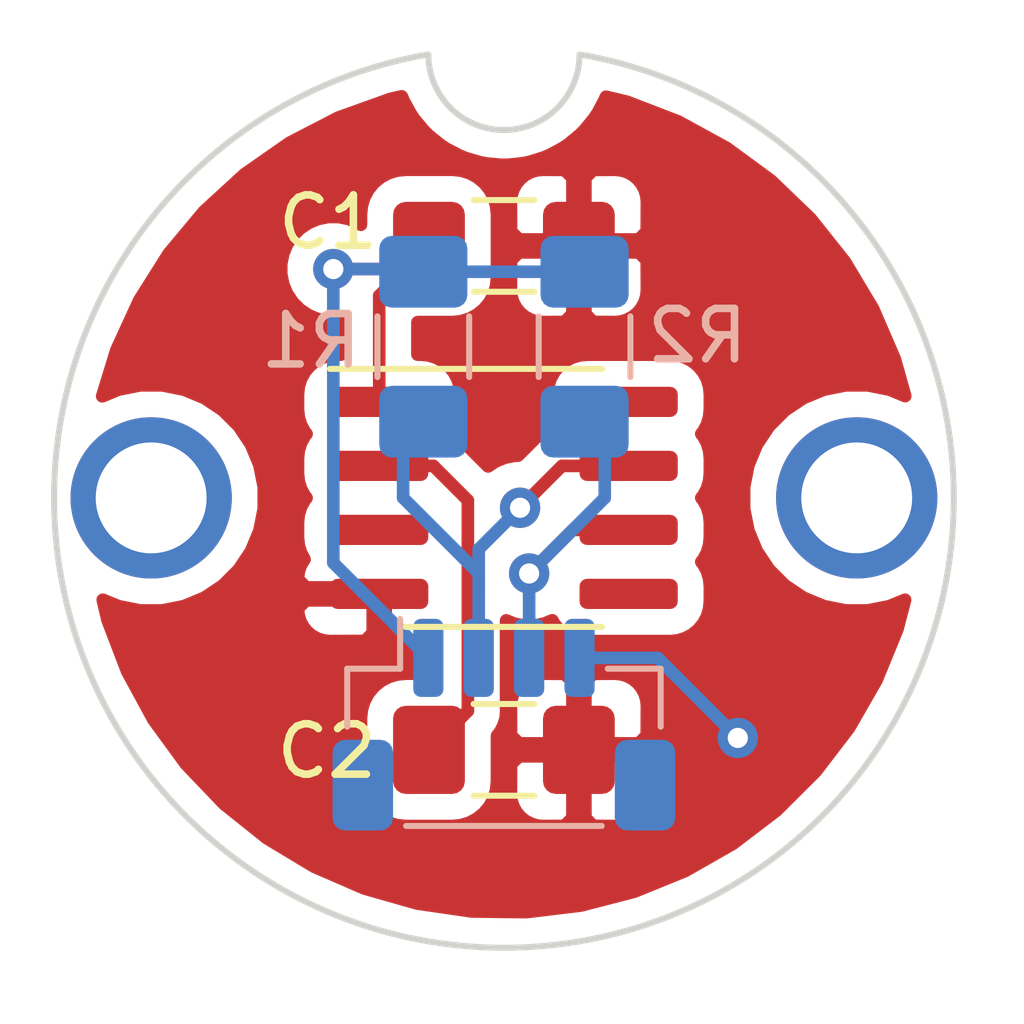
<source format=kicad_pcb>
(kicad_pcb (version 20171130) (host pcbnew "(5.1.4)-1")

  (general
    (thickness 1.6)
    (drawings 2)
    (tracks 36)
    (zones 0)
    (modules 6)
    (nets 9)
  )

  (page A4)
  (title_block
    (title PositionSensor_AS5600)
    (date 2019-08-30)
    (rev Ver1.0)
  )

  (layers
    (0 F.Cu signal)
    (31 B.Cu signal)
    (32 B.Adhes user)
    (33 F.Adhes user)
    (34 B.Paste user)
    (35 F.Paste user)
    (36 B.SilkS user)
    (37 F.SilkS user)
    (38 B.Mask user)
    (39 F.Mask user)
    (40 Dwgs.User user)
    (41 Cmts.User user)
    (42 Eco1.User user)
    (43 Eco2.User user)
    (44 Edge.Cuts user)
    (45 Margin user)
    (46 B.CrtYd user)
    (47 F.CrtYd user)
    (48 B.Fab user)
    (49 F.Fab user)
  )

  (setup
    (last_trace_width 0.25)
    (trace_clearance 0.2)
    (zone_clearance 0.508)
    (zone_45_only no)
    (trace_min 0.2)
    (via_size 0.8)
    (via_drill 0.4)
    (via_min_size 0.4)
    (via_min_drill 0.3)
    (uvia_size 0.3)
    (uvia_drill 0.1)
    (uvias_allowed no)
    (uvia_min_size 0.2)
    (uvia_min_drill 0.1)
    (edge_width 0.05)
    (segment_width 0.2)
    (pcb_text_width 0.3)
    (pcb_text_size 1.5 1.5)
    (mod_edge_width 0.12)
    (mod_text_size 1 1)
    (mod_text_width 0.15)
    (pad_size 1.524 1.524)
    (pad_drill 0.762)
    (pad_to_mask_clearance 0.051)
    (solder_mask_min_width 0.25)
    (aux_axis_origin 0 0)
    (visible_elements 7FFFFF7F)
    (pcbplotparams
      (layerselection 0x010fc_ffffffff)
      (usegerberextensions false)
      (usegerberattributes false)
      (usegerberadvancedattributes false)
      (creategerberjobfile false)
      (excludeedgelayer true)
      (linewidth 0.100000)
      (plotframeref false)
      (viasonmask false)
      (mode 1)
      (useauxorigin false)
      (hpglpennumber 1)
      (hpglpenspeed 20)
      (hpglpendiameter 15.000000)
      (psnegative false)
      (psa4output false)
      (plotreference true)
      (plotvalue true)
      (plotinvisibletext false)
      (padsonsilk false)
      (subtractmaskfromsilk false)
      (outputformat 1)
      (mirror false)
      (drillshape 0)
      (scaleselection 1)
      (outputdirectory "Gerber/"))
  )

  (net 0 "")
  (net 1 GND)
  (net 2 5V)
  (net 3 +3V3)
  (net 4 SDA)
  (net 5 SCL)
  (net 6 "Net-(U1-Pad8)")
  (net 7 "Net-(U1-Pad5)")
  (net 8 "Net-(U1-Pad3)")

  (net_class Default 这是默认网络类。
    (clearance 0.2)
    (trace_width 0.25)
    (via_dia 0.8)
    (via_drill 0.4)
    (uvia_dia 0.3)
    (uvia_drill 0.1)
    (add_net +3V3)
    (add_net 5V)
    (add_net GND)
    (add_net "Net-(U1-Pad3)")
    (add_net "Net-(U1-Pad5)")
    (add_net "Net-(U1-Pad8)")
    (add_net SCL)
    (add_net SDA)
  )

  (module Resistor_SMD:R_1206_3216Metric_Pad1.42x1.75mm_HandSolder (layer B.Cu) (tedit 5B301BBD) (tstamp 5D69C45D)
    (at 138.6 78 270)
    (descr "Resistor SMD 1206 (3216 Metric), square (rectangular) end terminal, IPC_7351 nominal with elongated pad for handsoldering. (Body size source: http://www.tortai-tech.com/upload/download/2011102023233369053.pdf), generated with kicad-footprint-generator")
    (tags "resistor handsolder")
    (path /5D6991BB)
    (attr smd)
    (fp_text reference R2 (at -0.21504 -2.2367 180) (layer B.SilkS)
      (effects (font (size 1 1) (thickness 0.15)) (justify mirror))
    )
    (fp_text value 4k7 (at -3.22748 0.0747 180) (layer B.Fab)
      (effects (font (size 1 1) (thickness 0.15)) (justify mirror))
    )
    (fp_text user %R (at 0 0 90) (layer B.Fab)
      (effects (font (size 0.8 0.8) (thickness 0.12)) (justify mirror))
    )
    (fp_line (start 2.45 -1.12) (end -2.45 -1.12) (layer B.CrtYd) (width 0.05))
    (fp_line (start 2.45 1.12) (end 2.45 -1.12) (layer B.CrtYd) (width 0.05))
    (fp_line (start -2.45 1.12) (end 2.45 1.12) (layer B.CrtYd) (width 0.05))
    (fp_line (start -2.45 -1.12) (end -2.45 1.12) (layer B.CrtYd) (width 0.05))
    (fp_line (start -0.602064 -0.91) (end 0.602064 -0.91) (layer B.SilkS) (width 0.12))
    (fp_line (start -0.602064 0.91) (end 0.602064 0.91) (layer B.SilkS) (width 0.12))
    (fp_line (start 1.6 -0.8) (end -1.6 -0.8) (layer B.Fab) (width 0.1))
    (fp_line (start 1.6 0.8) (end 1.6 -0.8) (layer B.Fab) (width 0.1))
    (fp_line (start -1.6 0.8) (end 1.6 0.8) (layer B.Fab) (width 0.1))
    (fp_line (start -1.6 -0.8) (end -1.6 0.8) (layer B.Fab) (width 0.1))
    (pad 2 smd roundrect (at 1.4875 0 270) (size 1.425 1.75) (layers B.Cu B.Paste B.Mask) (roundrect_rratio 0.175439)
      (net 4 SDA))
    (pad 1 smd roundrect (at -1.4875 0 270) (size 1.425 1.75) (layers B.Cu B.Paste B.Mask) (roundrect_rratio 0.175439)
      (net 2 5V))
    (model ${KISYS3DMOD}/Resistor_SMD.3dshapes/R_1206_3216Metric.wrl
      (at (xyz 0 0 0))
      (scale (xyz 1 1 1))
      (rotate (xyz 0 0 0))
    )
  )

  (module Connector_JST:JST_SH_BM04B-SRSS-TB_1x04-1MP_P1.00mm_Vertical (layer B.Cu) (tedit 5B78AD87) (tstamp 5D69DBB0)
    (at 137 85.5)
    (descr "JST SH series connector, BM04B-SRSS-TB (http://www.jst-mfg.com/product/pdf/eng/eSH.pdf), generated with kicad-footprint-generator")
    (tags "connector JST SH side entry")
    (path /5D6A9532)
    (attr smd)
    (fp_text reference J1 (at 0 3.3) (layer B.SilkS) hide
      (effects (font (size 1 1) (thickness 0.15)) (justify mirror))
    )
    (fp_text value Conn_01x04 (at 0 -3.3) (layer B.Fab)
      (effects (font (size 1 1) (thickness 0.15)) (justify mirror))
    )
    (fp_text user %R (at 0 0.25) (layer B.Fab)
      (effects (font (size 1 1) (thickness 0.15)) (justify mirror))
    )
    (fp_line (start -1.5 -0.292893) (end -1 -1) (layer B.Fab) (width 0.1))
    (fp_line (start -2 -1) (end -1.5 -0.292893) (layer B.Fab) (width 0.1))
    (fp_line (start 3.9 2.6) (end -3.9 2.6) (layer B.CrtYd) (width 0.05))
    (fp_line (start 3.9 -2.6) (end 3.9 2.6) (layer B.CrtYd) (width 0.05))
    (fp_line (start -3.9 -2.6) (end 3.9 -2.6) (layer B.CrtYd) (width 0.05))
    (fp_line (start -3.9 2.6) (end -3.9 -2.6) (layer B.CrtYd) (width 0.05))
    (fp_line (start 1.65 1.55) (end 1.35 1.55) (layer B.Fab) (width 0.1))
    (fp_line (start 1.65 0.95) (end 1.65 1.55) (layer B.Fab) (width 0.1))
    (fp_line (start 1.35 0.95) (end 1.65 0.95) (layer B.Fab) (width 0.1))
    (fp_line (start 1.35 1.55) (end 1.35 0.95) (layer B.Fab) (width 0.1))
    (fp_line (start 0.65 1.55) (end 0.35 1.55) (layer B.Fab) (width 0.1))
    (fp_line (start 0.65 0.95) (end 0.65 1.55) (layer B.Fab) (width 0.1))
    (fp_line (start 0.35 0.95) (end 0.65 0.95) (layer B.Fab) (width 0.1))
    (fp_line (start 0.35 1.55) (end 0.35 0.95) (layer B.Fab) (width 0.1))
    (fp_line (start -0.35 1.55) (end -0.65 1.55) (layer B.Fab) (width 0.1))
    (fp_line (start -0.35 0.95) (end -0.35 1.55) (layer B.Fab) (width 0.1))
    (fp_line (start -0.65 0.95) (end -0.35 0.95) (layer B.Fab) (width 0.1))
    (fp_line (start -0.65 1.55) (end -0.65 0.95) (layer B.Fab) (width 0.1))
    (fp_line (start -1.35 1.55) (end -1.65 1.55) (layer B.Fab) (width 0.1))
    (fp_line (start -1.35 0.95) (end -1.35 1.55) (layer B.Fab) (width 0.1))
    (fp_line (start -1.65 0.95) (end -1.35 0.95) (layer B.Fab) (width 0.1))
    (fp_line (start -1.65 1.55) (end -1.65 0.95) (layer B.Fab) (width 0.1))
    (fp_line (start 3 -1) (end 3 1.9) (layer B.Fab) (width 0.1))
    (fp_line (start -3 -1) (end -3 1.9) (layer B.Fab) (width 0.1))
    (fp_line (start -3 1.9) (end 3 1.9) (layer B.Fab) (width 0.1))
    (fp_line (start -1.94 2.01) (end 1.94 2.01) (layer B.SilkS) (width 0.12))
    (fp_line (start 3.11 -1.11) (end 2.06 -1.11) (layer B.SilkS) (width 0.12))
    (fp_line (start 3.11 0.04) (end 3.11 -1.11) (layer B.SilkS) (width 0.12))
    (fp_line (start -2.06 -1.11) (end -2.06 -2.1) (layer B.SilkS) (width 0.12))
    (fp_line (start -3.11 -1.11) (end -2.06 -1.11) (layer B.SilkS) (width 0.12))
    (fp_line (start -3.11 0.04) (end -3.11 -1.11) (layer B.SilkS) (width 0.12))
    (fp_line (start -3 -1) (end 3 -1) (layer B.Fab) (width 0.1))
    (pad MP smd roundrect (at 2.8 1.2) (size 1.2 1.8) (layers B.Cu B.Paste B.Mask) (roundrect_rratio 0.208333))
    (pad MP smd roundrect (at -2.8 1.2) (size 1.2 1.8) (layers B.Cu B.Paste B.Mask) (roundrect_rratio 0.208333))
    (pad 4 smd roundrect (at 1.5 -1.325) (size 0.6 1.55) (layers B.Cu B.Paste B.Mask) (roundrect_rratio 0.25)
      (net 1 GND))
    (pad 3 smd roundrect (at 0.5 -1.325) (size 0.6 1.55) (layers B.Cu B.Paste B.Mask) (roundrect_rratio 0.25)
      (net 4 SDA))
    (pad 2 smd roundrect (at -0.5 -1.325) (size 0.6 1.55) (layers B.Cu B.Paste B.Mask) (roundrect_rratio 0.25)
      (net 5 SCL))
    (pad 1 smd roundrect (at -1.5 -1.325) (size 0.6 1.55) (layers B.Cu B.Paste B.Mask) (roundrect_rratio 0.25)
      (net 2 5V))
    (model ${KISYS3DMOD}/Connector_JST.3dshapes/JST_SH_BM04B-SRSS-TB_1x04-1MP_P1.00mm_Vertical.wrl
      (at (xyz 0 0 0))
      (scale (xyz 1 1 1))
      (rotate (xyz 0 0 0))
    )
  )

  (module Package_SO:SOIC-8_3.9x4.9mm_P1.27mm (layer F.Cu) (tedit 5C97300E) (tstamp 5D69C477)
    (at 137 81)
    (descr "SOIC, 8 Pin (JEDEC MS-012AA, https://www.analog.com/media/en/package-pcb-resources/package/pkg_pdf/soic_narrow-r/r_8.pdf), generated with kicad-footprint-generator ipc_gullwing_generator.py")
    (tags "SOIC SO")
    (path /5D693324)
    (attr smd)
    (fp_text reference U1 (at -0.18798 -3.22774) (layer F.SilkS) hide
      (effects (font (size 1 1) (thickness 0.15)))
    )
    (fp_text value AS5600-ASOT (at 0 3.4) (layer F.Fab)
      (effects (font (size 1 1) (thickness 0.15)))
    )
    (fp_text user %R (at 0 0) (layer F.Fab)
      (effects (font (size 0.98 0.98) (thickness 0.15)))
    )
    (fp_line (start 3.7 -2.7) (end -3.7 -2.7) (layer F.CrtYd) (width 0.05))
    (fp_line (start 3.7 2.7) (end 3.7 -2.7) (layer F.CrtYd) (width 0.05))
    (fp_line (start -3.7 2.7) (end 3.7 2.7) (layer F.CrtYd) (width 0.05))
    (fp_line (start -3.7 -2.7) (end -3.7 2.7) (layer F.CrtYd) (width 0.05))
    (fp_line (start -1.95 -1.475) (end -0.975 -2.45) (layer F.Fab) (width 0.1))
    (fp_line (start -1.95 2.45) (end -1.95 -1.475) (layer F.Fab) (width 0.1))
    (fp_line (start 1.95 2.45) (end -1.95 2.45) (layer F.Fab) (width 0.1))
    (fp_line (start 1.95 -2.45) (end 1.95 2.45) (layer F.Fab) (width 0.1))
    (fp_line (start -0.975 -2.45) (end 1.95 -2.45) (layer F.Fab) (width 0.1))
    (fp_line (start 0 -2.56) (end -3.45 -2.56) (layer F.SilkS) (width 0.12))
    (fp_line (start 0 -2.56) (end 1.95 -2.56) (layer F.SilkS) (width 0.12))
    (fp_line (start 0 2.56) (end -1.95 2.56) (layer F.SilkS) (width 0.12))
    (fp_line (start 0 2.56) (end 1.95 2.56) (layer F.SilkS) (width 0.12))
    (pad 8 smd roundrect (at 2.475 -1.905) (size 1.95 0.6) (layers F.Cu F.Paste F.Mask) (roundrect_rratio 0.25)
      (net 6 "Net-(U1-Pad8)"))
    (pad 7 smd roundrect (at 2.475 -0.635) (size 1.95 0.6) (layers F.Cu F.Paste F.Mask) (roundrect_rratio 0.25)
      (net 5 SCL))
    (pad 6 smd roundrect (at 2.475 0.635) (size 1.95 0.6) (layers F.Cu F.Paste F.Mask) (roundrect_rratio 0.25)
      (net 4 SDA))
    (pad 5 smd roundrect (at 2.475 1.905) (size 1.95 0.6) (layers F.Cu F.Paste F.Mask) (roundrect_rratio 0.25)
      (net 7 "Net-(U1-Pad5)"))
    (pad 4 smd roundrect (at -2.475 1.905) (size 1.95 0.6) (layers F.Cu F.Paste F.Mask) (roundrect_rratio 0.25)
      (net 1 GND))
    (pad 3 smd roundrect (at -2.475 0.635) (size 1.95 0.6) (layers F.Cu F.Paste F.Mask) (roundrect_rratio 0.25)
      (net 8 "Net-(U1-Pad3)"))
    (pad 2 smd roundrect (at -2.475 -0.635) (size 1.95 0.6) (layers F.Cu F.Paste F.Mask) (roundrect_rratio 0.25)
      (net 3 +3V3))
    (pad 1 smd roundrect (at -2.475 -1.905) (size 1.95 0.6) (layers F.Cu F.Paste F.Mask) (roundrect_rratio 0.25)
      (net 2 5V))
    (model ${KISYS3DMOD}/Package_SO.3dshapes/SOIC-8_3.9x4.9mm_P1.27mm.wrl
      (at (xyz 0 0 0))
      (scale (xyz 1 1 1))
      (rotate (xyz 0 0 0))
    )
  )

  (module Resistor_SMD:R_1206_3216Metric_Pad1.42x1.75mm_HandSolder (layer B.Cu) (tedit 5B301BBD) (tstamp 5D69C44C)
    (at 135.4 78 270)
    (descr "Resistor SMD 1206 (3216 Metric), square (rectangular) end terminal, IPC_7351 nominal with elongated pad for handsoldering. (Body size source: http://www.tortai-tech.com/upload/download/2011102023233369053.pdf), generated with kicad-footprint-generator")
    (tags "resistor handsolder")
    (path /5D697F6E)
    (attr smd)
    (fp_text reference R1 (at -0.11344 2.22912) (layer B.SilkS)
      (effects (font (size 1 1) (thickness 0.15)) (justify mirror))
    )
    (fp_text value 4k7 (at -3.18684 -0.0518 180) (layer B.Fab)
      (effects (font (size 1 1) (thickness 0.15)) (justify mirror))
    )
    (fp_text user %R (at 0 0 90) (layer B.Fab)
      (effects (font (size 0.8 0.8) (thickness 0.12)) (justify mirror))
    )
    (fp_line (start 2.45 -1.12) (end -2.45 -1.12) (layer B.CrtYd) (width 0.05))
    (fp_line (start 2.45 1.12) (end 2.45 -1.12) (layer B.CrtYd) (width 0.05))
    (fp_line (start -2.45 1.12) (end 2.45 1.12) (layer B.CrtYd) (width 0.05))
    (fp_line (start -2.45 -1.12) (end -2.45 1.12) (layer B.CrtYd) (width 0.05))
    (fp_line (start -0.602064 -0.91) (end 0.602064 -0.91) (layer B.SilkS) (width 0.12))
    (fp_line (start -0.602064 0.91) (end 0.602064 0.91) (layer B.SilkS) (width 0.12))
    (fp_line (start 1.6 -0.8) (end -1.6 -0.8) (layer B.Fab) (width 0.1))
    (fp_line (start 1.6 0.8) (end 1.6 -0.8) (layer B.Fab) (width 0.1))
    (fp_line (start -1.6 0.8) (end 1.6 0.8) (layer B.Fab) (width 0.1))
    (fp_line (start -1.6 -0.8) (end -1.6 0.8) (layer B.Fab) (width 0.1))
    (pad 2 smd roundrect (at 1.4875 0 270) (size 1.425 1.75) (layers B.Cu B.Paste B.Mask) (roundrect_rratio 0.175439)
      (net 5 SCL))
    (pad 1 smd roundrect (at -1.4875 0 270) (size 1.425 1.75) (layers B.Cu B.Paste B.Mask) (roundrect_rratio 0.175439)
      (net 2 5V))
    (model ${KISYS3DMOD}/Resistor_SMD.3dshapes/R_1206_3216Metric.wrl
      (at (xyz 0 0 0))
      (scale (xyz 1 1 1))
      (rotate (xyz 0 0 0))
    )
  )

  (module Capacitor_SMD:C_1206_3216Metric_Pad1.42x1.75mm_HandSolder (layer F.Cu) (tedit 5B301BBE) (tstamp 5D69E711)
    (at 137 86)
    (descr "Capacitor SMD 1206 (3216 Metric), square (rectangular) end terminal, IPC_7351 nominal with elongated pad for handsoldering. (Body size source: http://www.tortai-tech.com/upload/download/2011102023233369053.pdf), generated with kicad-footprint-generator")
    (tags "capacitor handsolder")
    (path /5D6964EA)
    (attr smd)
    (fp_text reference C2 (at -3.51538 0.02726) (layer F.SilkS)
      (effects (font (size 1 1) (thickness 0.15)))
    )
    (fp_text value 1uF (at 0 1.82) (layer F.Fab)
      (effects (font (size 1 1) (thickness 0.15)))
    )
    (fp_text user %R (at 0 0) (layer F.Fab)
      (effects (font (size 0.8 0.8) (thickness 0.12)))
    )
    (fp_line (start 2.45 1.12) (end -2.45 1.12) (layer F.CrtYd) (width 0.05))
    (fp_line (start 2.45 -1.12) (end 2.45 1.12) (layer F.CrtYd) (width 0.05))
    (fp_line (start -2.45 -1.12) (end 2.45 -1.12) (layer F.CrtYd) (width 0.05))
    (fp_line (start -2.45 1.12) (end -2.45 -1.12) (layer F.CrtYd) (width 0.05))
    (fp_line (start -0.602064 0.91) (end 0.602064 0.91) (layer F.SilkS) (width 0.12))
    (fp_line (start -0.602064 -0.91) (end 0.602064 -0.91) (layer F.SilkS) (width 0.12))
    (fp_line (start 1.6 0.8) (end -1.6 0.8) (layer F.Fab) (width 0.1))
    (fp_line (start 1.6 -0.8) (end 1.6 0.8) (layer F.Fab) (width 0.1))
    (fp_line (start -1.6 -0.8) (end 1.6 -0.8) (layer F.Fab) (width 0.1))
    (fp_line (start -1.6 0.8) (end -1.6 -0.8) (layer F.Fab) (width 0.1))
    (pad 2 smd roundrect (at 1.4875 0) (size 1.425 1.75) (layers F.Cu F.Paste F.Mask) (roundrect_rratio 0.175439)
      (net 1 GND))
    (pad 1 smd roundrect (at -1.4875 0) (size 1.425 1.75) (layers F.Cu F.Paste F.Mask) (roundrect_rratio 0.175439)
      (net 3 +3V3))
    (model ${KISYS3DMOD}/Capacitor_SMD.3dshapes/C_1206_3216Metric.wrl
      (at (xyz 0 0 0))
      (scale (xyz 1 1 1))
      (rotate (xyz 0 0 0))
    )
  )

  (module Capacitor_SMD:C_1206_3216Metric_Pad1.42x1.75mm_HandSolder (layer F.Cu) (tedit 5B301BBE) (tstamp 5D69C6AA)
    (at 137 76)
    (descr "Capacitor SMD 1206 (3216 Metric), square (rectangular) end terminal, IPC_7351 nominal with elongated pad for handsoldering. (Body size source: http://www.tortai-tech.com/upload/download/2011102023233369053.pdf), generated with kicad-footprint-generator")
    (tags "capacitor handsolder")
    (path /5D694B17)
    (attr smd)
    (fp_text reference C1 (at -3.48744 -0.46802 180) (layer F.SilkS)
      (effects (font (size 1 1) (thickness 0.15)))
    )
    (fp_text value 100nF (at 0.2108 -1.82438 180) (layer F.Fab)
      (effects (font (size 1 1) (thickness 0.15)))
    )
    (fp_text user %R (at 0 0 180) (layer F.Fab)
      (effects (font (size 0.8 0.8) (thickness 0.12)))
    )
    (fp_line (start 2.45 1.12) (end -2.45 1.12) (layer F.CrtYd) (width 0.05))
    (fp_line (start 2.45 -1.12) (end 2.45 1.12) (layer F.CrtYd) (width 0.05))
    (fp_line (start -2.45 -1.12) (end 2.45 -1.12) (layer F.CrtYd) (width 0.05))
    (fp_line (start -2.45 1.12) (end -2.45 -1.12) (layer F.CrtYd) (width 0.05))
    (fp_line (start -0.602064 0.91) (end 0.602064 0.91) (layer F.SilkS) (width 0.12))
    (fp_line (start -0.602064 -0.91) (end 0.602064 -0.91) (layer F.SilkS) (width 0.12))
    (fp_line (start 1.6 0.8) (end -1.6 0.8) (layer F.Fab) (width 0.1))
    (fp_line (start 1.6 -0.8) (end 1.6 0.8) (layer F.Fab) (width 0.1))
    (fp_line (start -1.6 -0.8) (end 1.6 -0.8) (layer F.Fab) (width 0.1))
    (fp_line (start -1.6 0.8) (end -1.6 -0.8) (layer F.Fab) (width 0.1))
    (pad 2 smd roundrect (at 1.4875 0) (size 1.425 1.75) (layers F.Cu F.Paste F.Mask) (roundrect_rratio 0.175439)
      (net 1 GND))
    (pad 1 smd roundrect (at -1.4875 0) (size 1.425 1.75) (layers F.Cu F.Paste F.Mask) (roundrect_rratio 0.175439)
      (net 2 5V))
    (model ${KISYS3DMOD}/Capacitor_SMD.3dshapes/C_1206_3216Metric.wrl
      (at (xyz 0 0 0))
      (scale (xyz 1 1 1))
      (rotate (xyz 0 0 0))
    )
  )

  (gr_arc (start 137 81) (end 135.5 72.2) (angle -340.6532891) (layer Edge.Cuts) (width 0.12))
  (gr_arc (start 137 72.2) (end 135.5 72.2) (angle -180) (layer Edge.Cuts) (width 0.12))

  (via (at 130 81) (size 3.2) (drill 2.2) (layers F.Cu B.Cu) (net 0))
  (via (at 144 81) (size 3.2) (drill 2.2) (layers F.Cu B.Cu) (net 0))
  (via (at 141.64056 85.7631) (size 0.8) (drill 0.4) (layers F.Cu B.Cu) (net 1))
  (segment (start 138.98468 76.49718) (end 138.4875 76) (width 0.25) (layer F.Cu) (net 1))
  (segment (start 140.05246 84.175) (end 141.64056 85.7631) (width 0.25) (layer B.Cu) (net 1))
  (segment (start 138.5 84.175) (end 140.05246 84.175) (width 0.25) (layer B.Cu) (net 1))
  (via (at 133.61416 76.45908) (size 0.8) (drill 0.4) (layers F.Cu B.Cu) (net 2))
  (segment (start 133.61416 82.28916) (end 133.61416 76.45908) (width 0.25) (layer B.Cu) (net 2))
  (segment (start 135.5 84.175) (end 133.61416 82.28916) (width 0.25) (layer B.Cu) (net 2))
  (segment (start 135 76.5125) (end 139 76.5125) (width 0.25) (layer B.Cu) (net 2))
  (segment (start 134.525 76.9875) (end 134.525 79.095) (width 0.25) (layer F.Cu) (net 2))
  (segment (start 135.5125 76) (end 134.525 76.9875) (width 0.25) (layer F.Cu) (net 2) (tstamp 5D6A333B))
  (segment (start 135.34658 76.45908) (end 135.4 76.5125) (width 0.25) (layer B.Cu) (net 2))
  (segment (start 133.61416 76.45908) (end 135.34658 76.45908) (width 0.25) (layer B.Cu) (net 2))
  (segment (start 135.05342 76.45908) (end 135.5125 76) (width 0.25) (layer F.Cu) (net 2))
  (segment (start 133.61416 76.45908) (end 135.05342 76.45908) (width 0.25) (layer F.Cu) (net 2))
  (segment (start 136.283847 85.228653) (end 135.5125 86) (width 0.25) (layer F.Cu) (net 3))
  (segment (start 136.283847 81.048847) (end 136.283847 85.228653) (width 0.25) (layer F.Cu) (net 3))
  (segment (start 135.6 80.365) (end 136.283847 81.048847) (width 0.25) (layer F.Cu) (net 3))
  (segment (start 134.525 80.365) (end 135.6 80.365) (width 0.25) (layer F.Cu) (net 3))
  (segment (start 139 79.4875) (end 139 81) (width 0.25) (layer B.Cu) (net 4))
  (segment (start 137.5 82.5) (end 137.5 82.5) (width 0.25) (layer B.Cu) (net 4))
  (segment (start 139 81) (end 137.5 82.5) (width 0.25) (layer B.Cu) (net 4))
  (segment (start 137.5 82.5) (end 137.5 84.175) (width 0.25) (layer B.Cu) (net 4) (tstamp 5D6A35BC))
  (via (at 137.5 82.5) (size 0.8) (drill 0.4) (layers F.Cu B.Cu) (net 4))
  (segment (start 138.365 81.635) (end 139.475 81.635) (width 0.25) (layer F.Cu) (net 4))
  (segment (start 137.5 82.5) (end 138.365 81.635) (width 0.25) (layer F.Cu) (net 4))
  (via (at 137.32002 81.19618) (size 0.8) (drill 0.4) (layers F.Cu B.Cu) (net 5))
  (segment (start 135 79.4875) (end 135 81) (width 0.25) (layer B.Cu) (net 5))
  (segment (start 135 81) (end 136.5 82.5) (width 0.25) (layer B.Cu) (net 5))
  (segment (start 138.1512 80.365) (end 137.32002 81.19618) (width 0.25) (layer F.Cu) (net 5))
  (segment (start 139.475 80.365) (end 138.1512 80.365) (width 0.25) (layer F.Cu) (net 5))
  (segment (start 136.5 82.0162) (end 136.5 82.97966) (width 0.25) (layer B.Cu) (net 5))
  (segment (start 137.32002 81.19618) (end 136.5 82.0162) (width 0.25) (layer B.Cu) (net 5))
  (segment (start 136.5 82.5) (end 136.5 82.97966) (width 0.25) (layer B.Cu) (net 5))
  (segment (start 136.5 82.97966) (end 136.5 84.175) (width 0.25) (layer B.Cu) (net 5))

  (zone (net 1) (net_name GND) (layer F.Cu) (tstamp 5D6A7440) (hatch edge 0.508)
    (connect_pads (clearance 0.508))
    (min_thickness 0.254)
    (fill yes (arc_segments 32) (thermal_gap 0.508) (thermal_bridge_width 0.508))
    (polygon
      (pts
        (xy 127 71.12) (xy 147.32 71.12) (xy 147.32 91.44) (xy 127 91.44)
      )
    )
    (filled_polygon
      (pts
        (xy 134.983652 73.058976) (xy 135.007649 73.117195) (xy 135.012264 73.125732) (xy 135.153297 73.38227) (xy 135.188895 73.43426)
        (xy 135.223744 73.486711) (xy 135.229929 73.494189) (xy 135.418104 73.718447) (xy 135.463118 73.762528) (xy 135.507496 73.807216)
        (xy 135.51501 73.813344) (xy 135.515015 73.813349) (xy 135.51502 73.813353) (xy 135.743166 73.996786) (xy 135.795861 74.031269)
        (xy 135.848095 74.066501) (xy 135.856663 74.071057) (xy 136.116098 74.206687) (xy 136.174525 74.230293) (xy 136.232573 74.254694)
        (xy 136.241855 74.257497) (xy 136.241861 74.257499) (xy 136.241867 74.2575) (xy 136.522701 74.340154) (xy 136.584562 74.351955)
        (xy 136.646282 74.364624) (xy 136.655938 74.365571) (xy 136.65594 74.365571) (xy 136.947484 74.392103) (xy 137.010472 74.391663)
        (xy 137.07346 74.392103) (xy 137.083118 74.391156) (xy 137.083121 74.391156) (xy 137.083124 74.391155) (xy 137.374263 74.360556)
        (xy 137.435983 74.347887) (xy 137.497844 74.336086) (xy 137.507126 74.333283) (xy 137.507133 74.333282) (xy 137.507139 74.333279)
        (xy 137.78679 74.246714) (xy 137.844882 74.222294) (xy 137.903265 74.198706) (xy 137.911828 74.194153) (xy 137.911832 74.194151)
        (xy 137.911835 74.194149) (xy 138.169349 74.054911) (xy 138.221583 74.019679) (xy 138.274278 73.985196) (xy 138.281796 73.979065)
        (xy 138.2818 73.979062) (xy 138.281804 73.979058) (xy 138.507365 73.792458) (xy 138.551745 73.747768) (xy 138.596756 73.703689)
        (xy 138.602942 73.696212) (xy 138.787968 73.469348) (xy 138.822829 73.416879) (xy 138.858415 73.364906) (xy 138.863026 73.356378)
        (xy 138.863031 73.35637) (xy 138.863034 73.356362) (xy 139.000467 73.097889) (xy 139.024218 73.040265) (xy 139.443862 73.140806)
        (xy 140.461819 73.53306) (xy 141.418961 74.056502) (xy 142.298462 74.701929) (xy 143.084878 75.45801) (xy 143.764392 76.311461)
        (xy 144.325058 77.247278) (xy 144.757033 78.249031) (xy 144.962766 78.979645) (xy 144.651925 78.85089) (xy 144.220128 78.765)
        (xy 143.779872 78.765) (xy 143.348075 78.85089) (xy 142.941331 79.019369) (xy 142.575271 79.263962) (xy 142.263962 79.575271)
        (xy 142.019369 79.941331) (xy 141.85089 80.348075) (xy 141.765 80.779872) (xy 141.765 81.220128) (xy 141.85089 81.651925)
        (xy 142.019369 82.058669) (xy 142.263962 82.424729) (xy 142.575271 82.736038) (xy 142.941331 82.980631) (xy 143.348075 83.14911)
        (xy 143.779872 83.235) (xy 144.220128 83.235) (xy 144.651925 83.14911) (xy 144.959822 83.021575) (xy 144.806292 83.607911)
        (xy 144.392805 84.617435) (xy 143.849434 85.563403) (xy 143.185724 86.4292) (xy 142.413339 87.199609) (xy 141.545852 87.861096)
        (xy 140.598495 88.402042) (xy 139.587912 88.812944) (xy 138.531864 89.086581) (xy 137.448915 89.218143) (xy 136.358067 89.205322)
        (xy 135.278502 89.048343) (xy 134.229171 88.749962) (xy 133.228542 88.315428) (xy 132.294154 87.752362) (xy 131.442452 87.070671)
        (xy 130.688383 86.282318) (xy 130.045209 85.401166) (xy 129.52422 84.442688) (xy 129.134572 83.423723) (xy 129.039216 83.021176)
        (xy 129.348075 83.14911) (xy 129.779872 83.235) (xy 130.220128 83.235) (xy 130.370947 83.205) (xy 132.911928 83.205)
        (xy 132.924188 83.329482) (xy 132.960498 83.44918) (xy 133.019463 83.559494) (xy 133.098815 83.656185) (xy 133.195506 83.735537)
        (xy 133.30582 83.794502) (xy 133.425518 83.830812) (xy 133.55 83.843072) (xy 134.23925 83.84) (xy 134.398 83.68125)
        (xy 134.398 83.032) (xy 133.07375 83.032) (xy 132.915 83.19075) (xy 132.911928 83.205) (xy 130.370947 83.205)
        (xy 130.651925 83.14911) (xy 131.058669 82.980631) (xy 131.424729 82.736038) (xy 131.736038 82.424729) (xy 131.980631 82.058669)
        (xy 132.14911 81.651925) (xy 132.235 81.220128) (xy 132.235 80.779872) (xy 132.14911 80.348075) (xy 131.980631 79.941331)
        (xy 131.736038 79.575271) (xy 131.424729 79.263962) (xy 131.058669 79.019369) (xy 130.651925 78.85089) (xy 130.220128 78.765)
        (xy 129.779872 78.765) (xy 129.348075 78.85089) (xy 129.0285 78.983263) (xy 129.309764 78.067481) (xy 129.765161 77.076164)
        (xy 130.21924 76.357141) (xy 132.57916 76.357141) (xy 132.57916 76.561019) (xy 132.618934 76.760978) (xy 132.696955 76.949336)
        (xy 132.810223 77.118854) (xy 132.954386 77.263017) (xy 133.123904 77.376285) (xy 133.312262 77.454306) (xy 133.512221 77.49408)
        (xy 133.716099 77.49408) (xy 133.765 77.484353) (xy 133.765001 78.156928) (xy 133.7 78.156928) (xy 133.546255 78.172071)
        (xy 133.398418 78.216916) (xy 133.262171 78.289742) (xy 133.142749 78.387749) (xy 133.044742 78.507171) (xy 132.971916 78.643418)
        (xy 132.927071 78.791255) (xy 132.911928 78.945) (xy 132.911928 79.245) (xy 132.927071 79.398745) (xy 132.971916 79.546582)
        (xy 133.044742 79.682829) (xy 133.083454 79.73) (xy 133.044742 79.777171) (xy 132.971916 79.913418) (xy 132.927071 80.061255)
        (xy 132.911928 80.215) (xy 132.911928 80.515) (xy 132.927071 80.668745) (xy 132.971916 80.816582) (xy 133.044742 80.952829)
        (xy 133.083454 81) (xy 133.044742 81.047171) (xy 132.971916 81.183418) (xy 132.927071 81.331255) (xy 132.911928 81.485)
        (xy 132.911928 81.785) (xy 132.927071 81.938745) (xy 132.971916 82.086582) (xy 133.04373 82.220936) (xy 133.019463 82.250506)
        (xy 132.960498 82.36082) (xy 132.924188 82.480518) (xy 132.911928 82.605) (xy 132.915 82.61925) (xy 133.07375 82.778)
        (xy 134.398 82.778) (xy 134.398 82.758) (xy 134.652 82.758) (xy 134.652 82.778) (xy 134.672 82.778)
        (xy 134.672 83.032) (xy 134.652 83.032) (xy 134.652 83.68125) (xy 134.81075 83.84) (xy 135.5 83.843072)
        (xy 135.523848 83.840723) (xy 135.523848 84.486928) (xy 135.05 84.486928) (xy 134.876746 84.503992) (xy 134.71015 84.554528)
        (xy 134.556614 84.636595) (xy 134.422038 84.747038) (xy 134.311595 84.881614) (xy 134.229528 85.03515) (xy 134.178992 85.201746)
        (xy 134.161928 85.375) (xy 134.161928 86.625) (xy 134.178992 86.798254) (xy 134.229528 86.96485) (xy 134.311595 87.118386)
        (xy 134.422038 87.252962) (xy 134.556614 87.363405) (xy 134.71015 87.445472) (xy 134.876746 87.496008) (xy 135.05 87.513072)
        (xy 135.975 87.513072) (xy 136.148254 87.496008) (xy 136.31485 87.445472) (xy 136.468386 87.363405) (xy 136.602962 87.252962)
        (xy 136.713405 87.118386) (xy 136.795472 86.96485) (xy 136.822727 86.875) (xy 137.136928 86.875) (xy 137.149188 86.999482)
        (xy 137.185498 87.11918) (xy 137.244463 87.229494) (xy 137.323815 87.326185) (xy 137.420506 87.405537) (xy 137.53082 87.464502)
        (xy 137.650518 87.500812) (xy 137.775 87.513072) (xy 138.20175 87.51) (xy 138.3605 87.35125) (xy 138.3605 86.127)
        (xy 138.6145 86.127) (xy 138.6145 87.35125) (xy 138.77325 87.51) (xy 139.2 87.513072) (xy 139.324482 87.500812)
        (xy 139.44418 87.464502) (xy 139.554494 87.405537) (xy 139.651185 87.326185) (xy 139.730537 87.229494) (xy 139.789502 87.11918)
        (xy 139.825812 86.999482) (xy 139.838072 86.875) (xy 139.835 86.28575) (xy 139.67625 86.127) (xy 138.6145 86.127)
        (xy 138.3605 86.127) (xy 137.29875 86.127) (xy 137.14 86.28575) (xy 137.136928 86.875) (xy 136.822727 86.875)
        (xy 136.846008 86.798254) (xy 136.863072 86.625) (xy 136.863072 85.72086) (xy 136.91882 85.65293) (xy 136.937352 85.61826)
        (xy 136.989393 85.5209) (xy 137.03285 85.377639) (xy 137.043847 85.265986) (xy 137.043847 85.265977) (xy 137.047523 85.228654)
        (xy 137.043847 85.191331) (xy 137.043847 85.125) (xy 137.136928 85.125) (xy 137.14 85.71425) (xy 137.29875 85.873)
        (xy 138.3605 85.873) (xy 138.3605 84.64875) (xy 138.6145 84.64875) (xy 138.6145 85.873) (xy 139.67625 85.873)
        (xy 139.835 85.71425) (xy 139.838072 85.125) (xy 139.825812 85.000518) (xy 139.789502 84.88082) (xy 139.730537 84.770506)
        (xy 139.651185 84.673815) (xy 139.554494 84.594463) (xy 139.44418 84.535498) (xy 139.324482 84.499188) (xy 139.2 84.486928)
        (xy 138.77325 84.49) (xy 138.6145 84.64875) (xy 138.3605 84.64875) (xy 138.20175 84.49) (xy 137.775 84.486928)
        (xy 137.650518 84.499188) (xy 137.53082 84.535498) (xy 137.420506 84.594463) (xy 137.323815 84.673815) (xy 137.244463 84.770506)
        (xy 137.185498 84.88082) (xy 137.149188 85.000518) (xy 137.136928 85.125) (xy 137.043847 85.125) (xy 137.043847 83.431331)
        (xy 137.198102 83.495226) (xy 137.398061 83.535) (xy 137.601939 83.535) (xy 137.801898 83.495226) (xy 137.960834 83.429392)
        (xy 137.994742 83.492829) (xy 138.092749 83.612251) (xy 138.212171 83.710258) (xy 138.348418 83.783084) (xy 138.496255 83.827929)
        (xy 138.65 83.843072) (xy 140.3 83.843072) (xy 140.453745 83.827929) (xy 140.601582 83.783084) (xy 140.737829 83.710258)
        (xy 140.857251 83.612251) (xy 140.955258 83.492829) (xy 141.028084 83.356582) (xy 141.072929 83.208745) (xy 141.088072 83.055)
        (xy 141.088072 82.755) (xy 141.072929 82.601255) (xy 141.028084 82.453418) (xy 140.955258 82.317171) (xy 140.916546 82.27)
        (xy 140.955258 82.222829) (xy 141.028084 82.086582) (xy 141.072929 81.938745) (xy 141.088072 81.785) (xy 141.088072 81.485)
        (xy 141.072929 81.331255) (xy 141.028084 81.183418) (xy 140.955258 81.047171) (xy 140.916546 81) (xy 140.955258 80.952829)
        (xy 141.028084 80.816582) (xy 141.072929 80.668745) (xy 141.088072 80.515) (xy 141.088072 80.215) (xy 141.072929 80.061255)
        (xy 141.028084 79.913418) (xy 140.955258 79.777171) (xy 140.916546 79.73) (xy 140.955258 79.682829) (xy 141.028084 79.546582)
        (xy 141.072929 79.398745) (xy 141.088072 79.245) (xy 141.088072 78.945) (xy 141.072929 78.791255) (xy 141.028084 78.643418)
        (xy 140.955258 78.507171) (xy 140.857251 78.387749) (xy 140.737829 78.289742) (xy 140.601582 78.216916) (xy 140.453745 78.172071)
        (xy 140.3 78.156928) (xy 138.65 78.156928) (xy 138.496255 78.172071) (xy 138.348418 78.216916) (xy 138.212171 78.289742)
        (xy 138.092749 78.387749) (xy 137.994742 78.507171) (xy 137.921916 78.643418) (xy 137.877071 78.791255) (xy 137.861928 78.945)
        (xy 137.861928 79.245) (xy 137.877071 79.398745) (xy 137.921916 79.546582) (xy 137.965046 79.627272) (xy 137.88795 79.650658)
        (xy 137.858953 79.659454) (xy 137.726923 79.730026) (xy 137.651402 79.792005) (xy 137.611199 79.824999) (xy 137.587401 79.853998)
        (xy 137.280218 80.16118) (xy 137.218081 80.16118) (xy 137.018122 80.200954) (xy 136.829764 80.278975) (xy 136.685303 80.375501)
        (xy 136.163803 79.854002) (xy 136.140001 79.824999) (xy 136.024276 79.730026) (xy 135.984134 79.708569) (xy 136.005258 79.682829)
        (xy 136.078084 79.546582) (xy 136.122929 79.398745) (xy 136.138072 79.245) (xy 136.138072 78.945) (xy 136.122929 78.791255)
        (xy 136.078084 78.643418) (xy 136.005258 78.507171) (xy 135.907251 78.387749) (xy 135.787829 78.289742) (xy 135.651582 78.216916)
        (xy 135.503745 78.172071) (xy 135.35 78.156928) (xy 135.285 78.156928) (xy 135.285 77.513072) (xy 135.975 77.513072)
        (xy 136.148254 77.496008) (xy 136.31485 77.445472) (xy 136.468386 77.363405) (xy 136.602962 77.252962) (xy 136.713405 77.118386)
        (xy 136.795472 76.96485) (xy 136.822727 76.875) (xy 137.136928 76.875) (xy 137.149188 76.999482) (xy 137.185498 77.11918)
        (xy 137.244463 77.229494) (xy 137.323815 77.326185) (xy 137.420506 77.405537) (xy 137.53082 77.464502) (xy 137.650518 77.500812)
        (xy 137.775 77.513072) (xy 138.20175 77.51) (xy 138.3605 77.35125) (xy 138.3605 76.127) (xy 138.6145 76.127)
        (xy 138.6145 77.35125) (xy 138.77325 77.51) (xy 139.2 77.513072) (xy 139.324482 77.500812) (xy 139.44418 77.464502)
        (xy 139.554494 77.405537) (xy 139.651185 77.326185) (xy 139.730537 77.229494) (xy 139.789502 77.11918) (xy 139.825812 76.999482)
        (xy 139.838072 76.875) (xy 139.835 76.28575) (xy 139.67625 76.127) (xy 138.6145 76.127) (xy 138.3605 76.127)
        (xy 137.29875 76.127) (xy 137.14 76.28575) (xy 137.136928 76.875) (xy 136.822727 76.875) (xy 136.846008 76.798254)
        (xy 136.863072 76.625) (xy 136.863072 75.375) (xy 136.846008 75.201746) (xy 136.822728 75.125) (xy 137.136928 75.125)
        (xy 137.14 75.71425) (xy 137.29875 75.873) (xy 138.3605 75.873) (xy 138.3605 74.64875) (xy 138.6145 74.64875)
        (xy 138.6145 75.873) (xy 139.67625 75.873) (xy 139.835 75.71425) (xy 139.838072 75.125) (xy 139.825812 75.000518)
        (xy 139.789502 74.88082) (xy 139.730537 74.770506) (xy 139.651185 74.673815) (xy 139.554494 74.594463) (xy 139.44418 74.535498)
        (xy 139.324482 74.499188) (xy 139.2 74.486928) (xy 138.77325 74.49) (xy 138.6145 74.64875) (xy 138.3605 74.64875)
        (xy 138.20175 74.49) (xy 137.775 74.486928) (xy 137.650518 74.499188) (xy 137.53082 74.535498) (xy 137.420506 74.594463)
        (xy 137.323815 74.673815) (xy 137.244463 74.770506) (xy 137.185498 74.88082) (xy 137.149188 75.000518) (xy 137.136928 75.125)
        (xy 136.822728 75.125) (xy 136.795472 75.03515) (xy 136.713405 74.881614) (xy 136.602962 74.747038) (xy 136.468386 74.636595)
        (xy 136.31485 74.554528) (xy 136.148254 74.503992) (xy 135.975 74.486928) (xy 135.05 74.486928) (xy 134.876746 74.503992)
        (xy 134.71015 74.554528) (xy 134.556614 74.636595) (xy 134.422038 74.747038) (xy 134.311595 74.881614) (xy 134.229528 75.03515)
        (xy 134.178992 75.201746) (xy 134.161928 75.375) (xy 134.161928 75.580303) (xy 134.104416 75.541875) (xy 133.916058 75.463854)
        (xy 133.716099 75.42408) (xy 133.512221 75.42408) (xy 133.312262 75.463854) (xy 133.123904 75.541875) (xy 132.954386 75.655143)
        (xy 132.810223 75.799306) (xy 132.696955 75.968824) (xy 132.618934 76.157182) (xy 132.57916 76.357141) (xy 130.21924 76.357141)
        (xy 130.347671 76.153774) (xy 131.047053 75.316532) (xy 131.851016 74.579146) (xy 132.745448 73.954564) (xy 133.714627 73.453761)
        (xy 134.745384 73.084156) (xy 134.972344 73.032592)
      )
    )
  )
)

</source>
